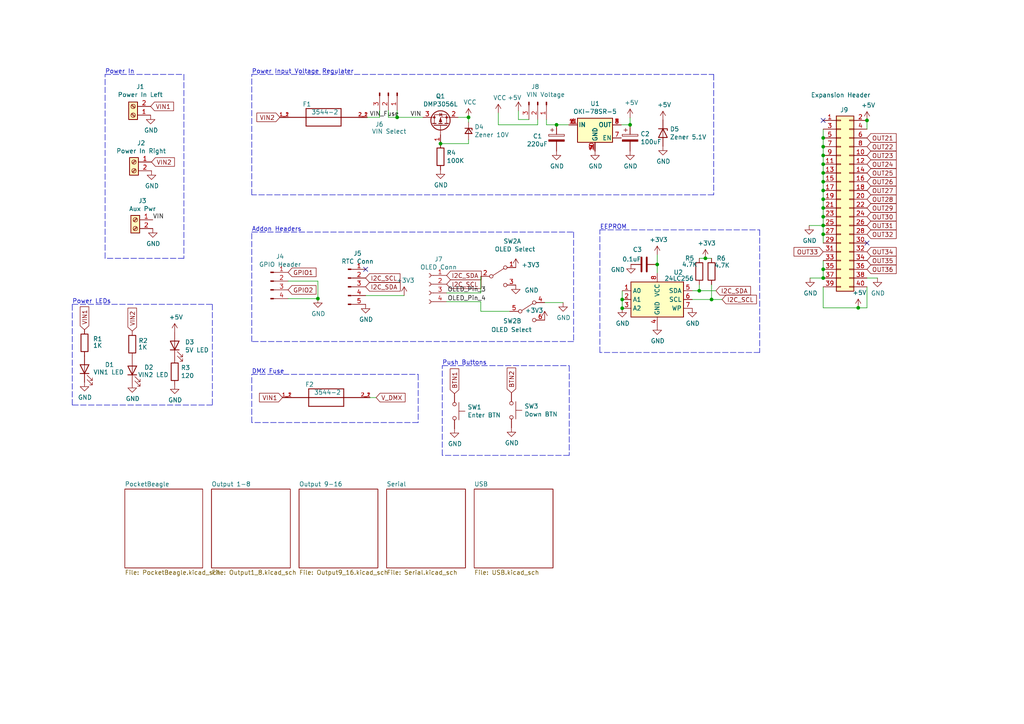
<source format=kicad_sch>
(kicad_sch (version 20211123) (generator eeschema)
  (paper "A4")
  (title_block (title "PB 16") (date "2022-05-26") (rev "v2.1") (company "Scott Hanson"))
  (lib_symbols
    (symbol "Connector:Conn_01x03_Male" (pin_names (offset 1.016) hide)
      (property "Reference" "J" (at 0 5.08 0))
      (property "Value" "Conn_01x03_Male" (at 0 -5.08 0))
      (symbol "Conn_01x03_Male_1_1"
        (polyline (pts (xy 1.27 -2.54) (xy 0.8636 -2.54)) (stroke (width 0.1524)))
        (polyline (pts (xy 1.27 0) (xy 0.8636 0)) (stroke (width 0.1524)))
        (polyline (pts (xy 1.27 2.54) (xy 0.8636 2.54)) (stroke (width 0.1524)))
        (rectangle (start 0.8636 -2.413) (end 0 -2.667) (stroke (width 0.1524)) (fill (type outline)))
        (rectangle (start 0.8636 0.127) (end 0 -0.127) (stroke (width 0.1524)) (fill (type outline)))
        (rectangle (start 0.8636 2.667) (end 0 2.413) (stroke (width 0.1524)) (fill (type outline)))
        (pin passive line (at 5.08 2.54 180) (length 3.81) (name "Pin_1") (number "1"))
        (pin passive line (at 5.08 0 180) (length 3.81) (name "Pin_2") (number "2"))
        (pin passive line (at 5.08 -2.54 180) (length 3.81) (name "Pin_3") (number "3"))
      )
    )
    (symbol "Connector:Conn_01x04_Female" (pin_names (offset 1.016) hide)
      (property "Reference" "J" (at 0 5.08 0))
      (property "Value" "Conn_01x04_Female" (at 0 -7.62 0))
      (symbol "Conn_01x04_Female_1_1"
        (arc (start 0 -4.572) (mid -0.508 -5.08) (end 0 -5.588) (stroke (width 0.1524)))
        (arc (start 0 -2.032) (mid -0.508 -2.54) (end 0 -3.048) (stroke (width 0.1524)))
        (polyline (pts (xy -1.27 -5.08) (xy -0.508 -5.08)) (stroke (width 0.1524)))
        (polyline (pts (xy -1.27 -2.54) (xy -0.508 -2.54)) (stroke (width 0.1524)))
        (polyline (pts (xy -1.27 0) (xy -0.508 0)) (stroke (width 0.1524)))
        (polyline (pts (xy -1.27 2.54) (xy -0.508 2.54)) (stroke (width 0.1524)))
        (arc (start 0 0.508) (mid -0.508 0) (end 0 -0.508) (stroke (width 0.1524)))
        (arc (start 0 3.048) (mid -0.508 2.54) (end 0 2.032) (stroke (width 0.1524)))
        (pin passive line (at -5.08 2.54 0) (length 3.81) (name "Pin_1") (number "1"))
        (pin passive line (at -5.08 0 0) (length 3.81) (name "Pin_2") (number "2"))
        (pin passive line (at -5.08 -2.54 0) (length 3.81) (name "Pin_3") (number "3"))
        (pin passive line (at -5.08 -5.08 0) (length 3.81) (name "Pin_4") (number "4"))
      )
    )
    (symbol "Connector:Conn_01x04_Male" (pin_names (offset 1.016) hide)
      (property "Reference" "J" (at 0 5.08 0))
      (property "Value" "Conn_01x04_Male" (at 0 -7.62 0))
      (symbol "Conn_01x04_Male_1_1"
        (polyline (pts (xy 1.27 -5.08) (xy 0.8636 -5.08)) (stroke (width 0.1524)))
        (polyline (pts (xy 1.27 -2.54) (xy 0.8636 -2.54)) (stroke (width 0.1524)))
        (polyline (pts (xy 1.27 0) (xy 0.8636 0)) (stroke (width 0.1524)))
        (polyline (pts (xy 1.27 2.54) (xy 0.8636 2.54)) (stroke (width 0.1524)))
        (rectangle (start 0.8636 -4.953) (end 0 -5.207) (stroke (width 0.1524)) (fill (type outline)))
        (rectangle (start 0.8636 -2.413) (end 0 -2.667) (stroke (width 0.1524)) (fill (type outline)))
        (rectangle (start 0.8636 0.127) (end 0 -0.127) (stroke (width 0.1524)) (fill (type outline)))
        (rectangle (start 0.8636 2.667) (end 0 2.413) (stroke (width 0.1524)) (fill (type outline)))
        (pin passive line (at 5.08 2.54 180) (length 3.81) (name "Pin_1") (number "1"))
        (pin passive line (at 5.08 0 180) (length 3.81) (name "Pin_2") (number "2"))
        (pin passive line (at 5.08 -2.54 180) (length 3.81) (name "Pin_3") (number "3"))
        (pin passive line (at 5.08 -5.08 180) (length 3.81) (name "Pin_4") (number "4"))
      )
    )
    (symbol "Connector:Conn_01x05_Male" (pin_names (offset 1.016) hide)
      (property "Reference" "J" (at 0 7.62 0))
      (property "Value" "Conn_01x05_Male" (at 0 -7.62 0))
      (symbol "Conn_01x05_Male_1_1"
        (polyline (pts (xy 1.27 -5.08) (xy 0.8636 -5.08)) (stroke (width 0.1524)))
        (polyline (pts (xy 1.27 -2.54) (xy 0.8636 -2.54)) (stroke (width 0.1524)))
        (polyline (pts (xy 1.27 0) (xy 0.8636 0)) (stroke (width 0.1524)))
        (polyline (pts (xy 1.27 2.54) (xy 0.8636 2.54)) (stroke (width 0.1524)))
        (polyline (pts (xy 1.27 5.08) (xy 0.8636 5.08)) (stroke (width 0.1524)))
        (rectangle (start 0.8636 -4.953) (end 0 -5.207) (stroke (width 0.1524)) (fill (type outline)))
        (rectangle (start 0.8636 -2.413) (end 0 -2.667) (stroke (width 0.1524)) (fill (type outline)))
        (rectangle (start 0.8636 0.127) (end 0 -0.127) (stroke (width 0.1524)) (fill (type outline)))
        (rectangle (start 0.8636 2.667) (end 0 2.413) (stroke (width 0.1524)) (fill (type outline)))
        (rectangle (start 0.8636 5.207) (end 0 4.953) (stroke (width 0.1524)) (fill (type outline)))
        (pin passive line (at 5.08 5.08 180) (length 3.81) (name "Pin_1") (number "1"))
        (pin passive line (at 5.08 2.54 180) (length 3.81) (name "Pin_2") (number "2"))
        (pin passive line (at 5.08 0 180) (length 3.81) (name "Pin_3") (number "3"))
        (pin passive line (at 5.08 -2.54 180) (length 3.81) (name "Pin_4") (number "4"))
        (pin passive line (at 5.08 -5.08 180) (length 3.81) (name "Pin_5") (number "5"))
      )
    )
    (symbol "Connector:Screw_Terminal_01x02" (pin_names (offset 1.016) hide)
      (property "Reference" "J" (at 0 2.54 0))
      (property "Value" "Screw_Terminal_01x02" (at 0 -5.08 0))
      (symbol "Screw_Terminal_01x02_1_1"
        (rectangle (start -1.27 1.27) (end 1.27 -3.81) (stroke (width 0.254)) (fill (type background)))
        (circle (center 0 -2.54) (radius 0.635) (stroke (width 0.1524)))
        (polyline (pts (xy -0.5334 -2.2098) (xy 0.3302 -3.048)) (stroke (width 0.1524)))
        (polyline (pts (xy -0.5334 0.3302) (xy 0.3302 -0.508)) (stroke (width 0.1524)))
        (polyline (pts (xy -0.3556 -2.032) (xy 0.508 -2.8702)) (stroke (width 0.1524)))
        (polyline (pts (xy -0.3556 0.508) (xy 0.508 -0.3302)) (stroke (width 0.1524)))
        (circle (center 0 0) (radius 0.635) (stroke (width 0.1524)))
        (pin passive line (at -5.08 0 0) (length 3.81) (name "Pin_1") (number "1"))
        (pin passive line (at -5.08 -2.54 0) (length 3.81) (name "Pin_2") (number "2"))
      )
    )
    (symbol "Connector_Generic:Conn_02x20_Odd_Even" (pin_names (offset 1.016) hide)
      (property "Reference" "J" (at 1.27 25.4 0))
      (property "Value" "Conn_02x20_Odd_Even" (at 1.27 -27.94 0))
      (symbol "Conn_02x20_Odd_Even_1_1"
        (rectangle (start -1.27 -25.273) (end 0 -25.527) (stroke (width 0.1524)))
        (rectangle (start -1.27 -22.733) (end 0 -22.987) (stroke (width 0.1524)))
        (rectangle (start -1.27 -20.193) (end 0 -20.447) (stroke (width 0.1524)))
        (rectangle (start -1.27 -17.653) (end 0 -17.907) (stroke (width 0.1524)))
        (rectangle (start -1.27 -15.113) (end 0 -15.367) (stroke (width 0.1524)))
        (rectangle (start -1.27 -12.573) (end 0 -12.827) (stroke (width 0.1524)))
        (rectangle (start -1.27 -10.033) (end 0 -10.287) (stroke (width 0.1524)))
        (rectangle (start -1.27 -7.493) (end 0 -7.747) (stroke (width 0.1524)))
        (rectangle (start -1.27 -4.953) (end 0 -5.207) (stroke (width 0.1524)))
        (rectangle (start -1.27 -2.413) (end 0 -2.667) (stroke (width 0.1524)))
        (rectangle (start -1.27 0.127) (end 0 -0.127) (stroke (width 0.1524)))
        (rectangle (start -1.27 2.667) (end 0 2.413) (stroke (width 0.1524)))
        (rectangle (start -1.27 5.207) (end 0 4.953) (stroke (width 0.1524)))
        (rectangle (start -1.27 7.747) (end 0 7.493) (stroke (width 0.1524)))
        (rectangle (start -1.27 10.287) (end 0 10.033) (stroke (width 0.1524)))
        (rectangle (start -1.27 12.827) (end 0 12.573) (stroke (width 0.1524)))
        (rectangle (start -1.27 15.367) (end 0 15.113) (stroke (width 0.1524)))
        (rectangle (start -1.27 17.907) (end 0 17.653) (stroke (width 0.1524)))
        (rectangle (start -1.27 20.447) (end 0 20.193) (stroke (width 0.1524)))
        (rectangle (start -1.27 22.987) (end 0 22.733) (stroke (width 0.1524)))
        (rectangle (start -1.27 24.13) (end 3.81 -26.67) (stroke (width 0.254)) (fill (type background)))
        (rectangle (start 3.81 -25.273) (end 2.54 -25.527) (stroke (width 0.1524)))
        (rectangle (start 3.81 -22.733) (end 2.54 -22.987) (stroke (width 0.1524)))
        (rectangle (start 3.81 -20.193) (end 2.54 -20.447) (stroke (width 0.1524)))
        (rectangle (start 3.81 -17.653) (end 2.54 -17.907) (stroke (width 0.1524)))
        (rectangle (start 3.81 -15.113) (end 2.54 -15.367) (stroke (width 0.1524)))
        (rectangle (start 3.81 -12.573) (end 2.54 -12.827) (stroke (width 0.1524)))
        (rectangle (start 3.81 -10.033) (end 2.54 -10.287) (stroke (width 0.1524)))
        (rectangle (start 3.81 -7.493) (end 2.54 -7.747) (stroke (width 0.1524)))
        (rectangle (start 3.81 -4.953) (end 2.54 -5.207) (stroke (width 0.1524)))
        (rectangle (start 3.81 -2.413) (end 2.54 -2.667) (stroke (width 0.1524)))
        (rectangle (start 3.81 0.127) (end 2.54 -0.127) (stroke (width 0.1524)))
        (rectangle (start 3.81 2.667) (end 2.54 2.413) (stroke (width 0.1524)))
        (rectangle (start 3.81 5.207) (end 2.54 4.953) (stroke (width 0.1524)))
        (rectangle (start 3.81 7.747) (end 2.54 7.493) (stroke (width 0.1524)))
        (rectangle (start 3.81 10.287) (end 2.54 10.033) (stroke (width 0.1524)))
        (rectangle (start 3.81 12.827) (end 2.54 12.573) (stroke (width 0.1524)))
        (rectangle (start 3.81 15.367) (end 2.54 15.113) (stroke (width 0.1524)))
        (rectangle (start 3.81 17.907) (end 2.54 17.653) (stroke (width 0.1524)))
        (rectangle (start 3.81 20.447) (end 2.54 20.193) (stroke (width 0.1524)))
        (rectangle (start 3.81 22.987) (end 2.54 22.733) (stroke (width 0.1524)))
        (pin passive line (at -5.08 22.86 0) (length 3.81) (name "Pin_1") (number "1"))
        (pin passive line (at 7.62 12.7 180) (length 3.81) (name "Pin_10") (number "10"))
        (pin passive line (at -5.08 10.16 0) (length 3.81) (name "Pin_11") (number "11"))
        (pin passive line (at 7.62 10.16 180) (length 3.81) (name "Pin_12") (number "12"))
        (pin passive line (at -5.08 7.62 0) (length 3.81) (name "Pin_13") (number "13"))
        (pin passive line (at 7.62 7.62 180) (length 3.81) (name "Pin_14") (number "14"))
        (pin passive line (at -5.08 5.08 0) (length 3.81) (name "Pin_15") (number "15"))
        (pin passive line (at 7.62 5.08 180) (length 3.81) (name "Pin_16") (number "16"))
        (pin passive line (at -5.08 2.54 0) (length 3.81) (name "Pin_17") (number "17"))
        (pin passive line (at 7.62 2.54 180) (length 3.81) (name "Pin_18") (number "18"))
        (pin passive line (at -5.08 0 0) (length 3.81) (name "Pin_19") (number "19"))
        (pin passive line (at 7.62 22.86 180) (length 3.81) (name "Pin_2") (number "2"))
        (pin passive line (at 7.62 0 180) (length 3.81) (name "Pin_20") (number "20"))
        (pin passive line (at -5.08 -2.54 0) (length 3.81) (name "Pin_21") (number "21"))
        (pin passive line (at 7.62 -2.54 180) (length 3.81) (name "Pin_22") (number "22"))
        (pin passive line (at -5.08 -5.08 0) (length 3.81) (name "Pin_23") (number "23"))
        (pin passive line (at 7.62 -5.08 180) (length 3.81) (name "Pin_24") (number "24"))
        (pin passive line (at -5.08 -7.62 0) (length 3.81) (name "Pin_25") (number "25"))
        (pin passive line (at 7.62 -7.62 180) (length 3.81) (name "Pin_26") (number "26"))
        (pin passive line (at -5.08 -10.16 0) (length 3.81) (name "Pin_27") (number "27"))
        (pin passive line (at 7.62 -10.16 180) (length 3.81) (name "Pin_28") (number "28"))
        (pin passive line (at -5.08 -12.7 0) (length 3.81) (name "Pin_29") (number "29"))
        (pin passive line (at -5.08 20.32 0) (length 3.81) (name "Pin_3") (number "3"))
        (pin passive line (at 7.62 -12.7 180) (length 3.81) (name "Pin_30") (number "30"))
        (pin passive line (at -5.08 -15.24 0) (length 3.81) (name "Pin_31") (number "31"))
        (pin passive line (at 7.62 -15.24 180) (length 3.81) (name "Pin_32") (number "32"))
        (pin passive line (at -5.08 -17.78 0) (length 3.81) (name "Pin_33") (number "33"))
        (pin passive line (at 7.62 -17.78 180) (length 3.81) (name "Pin_34") (number "34"))
        (pin passive line (at -5.08 -20.32 0) (length 3.81) (name "Pin_35") (number "35"))
        (pin passive line (at 7.62 -20.32 180) (length 3.81) (name "Pin_36") (number "36"))
        (pin passive line (at -5.08 -22.86 0) (length 3.81) (name "Pin_37") (number "37"))
        (pin passive line (at 7.62 -22.86 180) (length 3.81) (name "Pin_38") (number "38"))
        (pin passive line (at -5.08 -25.4 0) (length 3.81) (name "Pin_39") (number "39"))
        (pin passive line (at 7.62 20.32 180) (length 3.81) (name "Pin_4") (number "4"))
        (pin passive line (at 7.62 -25.4 180) (length 3.81) (name "Pin_40") (number "40"))
        (pin passive line (at -5.08 17.78 0) (length 3.81) (name "Pin_5") (number "5"))
        (pin passive line (at 7.62 17.78 180) (length 3.81) (name "Pin_6") (number "6"))
        (pin passive line (at -5.08 15.24 0) (length 3.81) (name "Pin_7") (number "7"))
        (pin passive line (at 7.62 15.24 180) (length 3.81) (name "Pin_8") (number "8"))
        (pin passive line (at -5.08 12.7 0) (length 3.81) (name "Pin_9") (number "9"))
      )
    )
    (symbol "Device:C" (pin_numbers hide) (pin_names (offset 0.254))
      (property "Reference" "C" (at 0.635 2.54 0))
      (property "Value" "C" (at 0.635 -2.54 0))
      (symbol "C_0_1"
        (polyline (pts (xy -2.032 -0.762) (xy 2.032 -0.762)) (stroke (width 0.508)))
        (polyline (pts (xy -2.032 0.762) (xy 2.032 0.762)) (stroke (width 0.508)))
      )
      (symbol "C_1_1"
        (pin passive line (at 0 3.81 270) (length 2.794) (name "~") (number "1"))
        (pin passive line (at 0 -3.81 90) (length 2.794) (name "~") (number "2"))
      )
    )
    (symbol "Device:D_Zener" (pin_numbers hide) (pin_names (offset 1.016) hide)
      (property "Reference" "D" (at 0 2.54 0))
      (property "Value" "D_Zener" (at 0 -2.54 0))
      (symbol "D_Zener_0_1"
        (polyline (pts (xy 1.27 0) (xy -1.27 0)))
        (polyline (pts (xy -1.27 -1.27) (xy -1.27 1.27) (xy -0.762 1.27)) (stroke (width 0.254)))
        (polyline (pts (xy 1.27 -1.27) (xy 1.27 1.27) (xy -1.27 0) (xy 1.27 -1.27)) (stroke (width 0.254)))
      )
      (symbol "D_Zener_1_1"
        (pin passive line (at -3.81 0 0) (length 2.54) (name "K") (number "1"))
        (pin passive line (at 3.81 0 180) (length 2.54) (name "A") (number "2"))
      )
    )
    (symbol "Device:D_Zener_Small" (pin_numbers hide) (pin_names (offset 0.254) hide)
      (property "Reference" "D" (at 0 2.286 0))
      (property "Value" "D_Zener_Small" (at 0 -2.286 0))
      (symbol "D_Zener_Small_0_1"
        (polyline (pts (xy 0.762 0) (xy -0.762 0)))
        (polyline (pts (xy -0.254 1.016) (xy -0.762 1.016) (xy -0.762 -1.016)) (stroke (width 0.254)))
        (polyline (pts (xy 0.762 1.016) (xy -0.762 0) (xy 0.762 -1.016) (xy 0.762 1.016)) (stroke (width 0.254)))
      )
      (symbol "D_Zener_Small_1_1"
        (pin passive line (at -2.54 0 0) (length 1.778) (name "K") (number "1"))
        (pin passive line (at 2.54 0 180) (length 1.778) (name "A") (number "2"))
      )
    )
    (symbol "Device:LED" (pin_numbers hide) (pin_names (offset 1.016) hide)
      (property "Reference" "D" (at 0 2.54 0))
      (property "Value" "LED" (at 0 -2.54 0))
      (symbol "LED_0_1"
        (polyline (pts (xy -1.27 -1.27) (xy -1.27 1.27)) (stroke (width 0.254)))
        (polyline (pts (xy -1.27 0) (xy 1.27 0)))
        (polyline (pts (xy 1.27 -1.27) (xy 1.27 1.27) (xy -1.27 0) (xy 1.27 -1.27)) (stroke (width 0.254)))
        (polyline (pts (xy -3.048 -0.762) (xy -4.572 -2.286) (xy -3.81 -2.286) (xy -4.572 -2.286) (xy -4.572 -1.524)))
        (polyline (pts (xy -1.778 -0.762) (xy -3.302 -2.286) (xy -2.54 -2.286) (xy -3.302 -2.286) (xy -3.302 -1.524)))
      )
      (symbol "LED_1_1"
        (pin passive line (at -3.81 0 0) (length 2.54) (name "K") (number "1"))
        (pin passive line (at 3.81 0 180) (length 2.54) (name "A") (number "2"))
      )
    )
    (symbol "Device:Q_PMOS_GSD" (pin_names (offset 0) hide)
      (property "Reference" "Q" (at 5.08 1.27 0))
      (property "Value" "Q_PMOS_GSD" (at 5.08 -1.27 0))
      (symbol "Q_PMOS_GSD_0_1"
        (polyline (pts (xy 0.254 0) (xy -2.54 0)))
        (polyline (pts (xy 0.254 1.905) (xy 0.254 -1.905)) (stroke (width 0.254)))
        (polyline (pts (xy 0.762 -1.27) (xy 0.762 -2.286)) (stroke (width 0.254)))
        (polyline (pts (xy 0.762 0.508) (xy 0.762 -0.508)) (stroke (width 0.254)))
        (polyline (pts (xy 0.762 2.286) (xy 0.762 1.27)) (stroke (width 0.254)))
        (polyline (pts (xy 2.54 2.54) (xy 2.54 1.778)))
        (polyline (pts (xy 2.54 -2.54) (xy 2.54 0) (xy 0.762 0)))
        (polyline (pts (xy 0.762 1.778) (xy 3.302 1.778) (xy 3.302 -1.778) (xy 0.762 -1.778)))
        (polyline (pts (xy 2.286 0) (xy 1.27 0.381) (xy 1.27 -0.381) (xy 2.286 0)) (fill (type outline)))
        (polyline (pts (xy 2.794 -0.508) (xy 2.921 -0.381) (xy 3.683 -0.381) (xy 3.81 -0.254)))
        (polyline (pts (xy 3.302 -0.381) (xy 2.921 0.254) (xy 3.683 0.254) (xy 3.302 -0.381)))
        (circle (center 1.651 0) (radius 2.794) (stroke (width 0.254)))
        (circle (center 2.54 -1.778) (radius 0.254) (fill (type outline)))
        (circle (center 2.54 1.778) (radius 0.254) (fill (type outline)))
      )
      (symbol "Q_PMOS_GSD_1_1"
        (pin input line (at -5.08 0 0) (length 2.54) (name "G") (number "1"))
        (pin passive line (at 2.54 -5.08 90) (length 2.54) (name "S") (number "2"))
        (pin passive line (at 2.54 5.08 270) (length 2.54) (name "D") (number "3"))
      )
    )
    (symbol "Device:R" (pin_numbers hide) (pin_names (offset 0))
      (property "Reference" "R" (at 2.032 0 90))
      (property "Value" "R" (at 0 0 90))
      (symbol "R_0_1"
        (rectangle (start -1.016 -2.54) (end 1.016 2.54) (stroke (width 0.254)))
      )
      (symbol "R_1_1"
        (pin passive line (at 0 3.81 270) (length 1.27) (name "~") (number "1"))
        (pin passive line (at 0 -3.81 90) (length 1.27) (name "~") (number "2"))
      )
    )
    (symbol "Memory_EEPROM:24LC256"
      (property "Reference" "U" (at -6.35 6.35 0))
      (property "Value" "24LC256" (at 1.27 6.35 0))
      (symbol "24LC256_1_1"
        (rectangle (start -7.62 5.08) (end 7.62 -5.08) (stroke (width 0.254)) (fill (type background)))
        (pin input line (at -10.16 2.54 0) (length 2.54) (name "A0") (number "1"))
        (pin input line (at -10.16 0 0) (length 2.54) (name "A1") (number "2"))
        (pin input line (at -10.16 -2.54 0) (length 2.54) (name "A2") (number "3"))
        (pin power_in line (at 0 -7.62 90) (length 2.54) (name "GND") (number "4"))
        (pin bidirectional line (at 10.16 2.54 180) (length 2.54) (name "SDA") (number "5"))
        (pin input line (at 10.16 0 180) (length 2.54) (name "SCL") (number "6"))
        (pin input line (at 10.16 -2.54 180) (length 2.54) (name "WP") (number "7"))
        (pin power_in line (at 0 7.62 270) (length 2.54) (name "VCC") (number "8"))
      )
    )
    (symbol "PB_16-rescue:3544-2-Keystone_Fuse" (pin_names (offset 1.016) hide)
      (property "Reference" "F" (at -5.08 3.302 0))
      (property "Value" "3544-2-Keystone_Fuse" (at -5.08 -5.08 0))
      (symbol "3544-2-Keystone_Fuse_0_0"
        (polyline (pts (xy -12.7 0) (xy 12.7 0)) (stroke (width 0.254)))
        (polyline (pts (xy -5.08 -2.54) (xy -5.08 2.54)) (stroke (width 0.254)))
        (polyline (pts (xy -5.08 2.54) (xy 5.08 2.54)) (stroke (width 0.254)))
        (polyline (pts (xy 5.08 -2.54) (xy -5.08 -2.54)) (stroke (width 0.254)))
        (polyline (pts (xy 5.08 2.54) (xy 5.08 -2.54)) (stroke (width 0.254)))
        (pin passive line (at -12.7 0 0) (length 2.54) (name "1") (number "1_1"))
        (pin passive line (at -12.7 0 0) (length 2.54) (name "1") (number "1_2"))
        (pin passive line (at 12.7 0 180) (length 2.54) (name "2") (number "2_1"))
        (pin passive line (at 12.7 0 180) (length 2.54) (name "2") (number "2_2"))
      )
    )
    (symbol "PB_16-rescue:CP-Device" (pin_numbers hide) (pin_names (offset 0.254))
      (property "Reference" "C" (at 0.635 2.54 0))
      (property "Value" "CP-Device" (at 0.635 -2.54 0))
      (symbol "CP-Device_0_1"
        (rectangle (start -2.286 0.508) (end 2.286 1.016))
        (polyline (pts (xy -1.778 2.286) (xy -0.762 2.286)))
        (polyline (pts (xy -1.27 2.794) (xy -1.27 1.778)))
        (rectangle (start 2.286 -0.508) (end -2.286 -1.016) (fill (type outline)))
      )
      (symbol "CP-Device_1_1"
        (pin passive line (at 0 3.81 270) (length 2.794) (name "~") (number "1"))
        (pin passive line (at 0 -3.81 90) (length 2.794) (name "~") (number "2"))
      )
    )
    (symbol "Scotts:Universe5V" (pin_names (offset 0.254))
      (property "Reference" "U" (at -3.81 3.175 0))
      (property "Value" "Universe5V" (at 0 3.175 0))
      (symbol "Universe5V_0_0"
        (pin power_in line (at 0 -7.62 90) (length 2.54) (name "GND") (number "10"))
        (pin power_in line (at -7.62 0 0) (length 2.54) (name "IN") (number "11"))
        (pin power_out line (at 7.62 0 180) (length 2.54) (name "OUT") (number "4"))
        (pin power_in line (at 0 -7.62 90) (length 2.54) (name "GND") (number "5"))
        (pin power_in line (at -7.62 0 0) (length 2.54) (name "IN") (number "6"))
        (pin output line (at 7.62 -3.81 180) (length 2.54) (name "EN") (number "7"))
        (pin power_out line (at 7.62 0 180) (length 2.54) (name "OUT") (number "8"))
        (pin power_in line (at 0 -7.62 90) (length 2.54) (name "GND") (number "9"))
      )
      (symbol "Universe5V_0_1"
        (rectangle (start -5.08 1.905) (end 5.08 -5.08) (stroke (width 0.254)) (fill (type background)))
      )
      (symbol "Universe5V_1_1"
        (pin power_in line (at -7.62 0 0) (length 2.54) (name "IN") (number "1"))
        (pin power_in line (at 0 -7.62 90) (length 2.54) (name "GND") (number "2"))
        (pin power_out line (at 7.62 0 180) (length 2.54) (name "OUT") (number "3"))
      )
    )
    (symbol "Switch:SW_DPDT_x2" (pin_names (offset 0) hide)
      (property "Reference" "SW" (at 0 4.318 0))
      (property "Value" "SW_DPDT_x2" (at 0 -5.08 0))
      (symbol "SW_DPDT_x2_0_0"
        (circle (center -2.032 0) (radius 0.508))
        (circle (center 2.032 -2.54) (radius 0.508))
      )
      (symbol "SW_DPDT_x2_0_1"
        (polyline (pts (xy -1.524 0.254) (xy 1.651 2.286)))
        (circle (center 2.032 2.54) (radius 0.508))
      )
      (symbol "SW_DPDT_x2_1_1"
        (pin passive line (at 5.08 2.54 180) (length 2.54) (name "A") (number "1"))
        (pin passive line (at -5.08 0 0) (length 2.54) (name "B") (number "2"))
        (pin passive line (at 5.08 -2.54 180) (length 2.54) (name "C") (number "3"))
      )
      (symbol "SW_DPDT_x2_2_1"
        (pin passive line (at 5.08 2.54 180) (length 2.54) (name "A") (number "4"))
        (pin passive line (at -5.08 0 0) (length 2.54) (name "B") (number "5"))
        (pin passive line (at 5.08 -2.54 180) (length 2.54) (name "C") (number "6"))
      )
    )
    (symbol "Switch:SW_Push" (pin_numbers hide) (pin_names (offset 1.016) hide)
      (property "Reference" "SW" (at 1.27 2.54 0))
      (property "Value" "SW_Push" (at 0 -1.524 0))
      (symbol "SW_Push_0_1"
        (circle (center -2.032 0) (radius 0.508))
        (polyline (pts (xy 0 1.27) (xy 0 3.048)))
        (polyline (pts (xy 2.54 1.27) (xy -2.54 1.27)))
        (circle (center 2.032 0) (radius 0.508))
        (pin passive line (at -5.08 0 0) (length 2.54) (name "1") (number "1"))
        (pin passive line (at 5.08 0 180) (length 2.54) (name "2") (number "2"))
      )
    )
    (symbol "power:+3.3V" (power) (pin_names (offset 0))
      (property "Value" "+3.3V" (at 0 3.556 0))
      (symbol "+3.3V_0_1"
        (polyline (pts (xy -0.762 1.27) (xy 0 2.54)))
        (polyline (pts (xy 0 0) (xy 0 2.54)))
        (polyline (pts (xy 0 2.54) (xy 0.762 1.27)))
      )
      (symbol "+3.3V_1_1"
        (pin power_in line (at 0 0 90) (length 0) hide (name "+3V3") (number "1"))
      )
    )
    (symbol "power:+5V" (power) (pin_names (offset 0))
      (property "Value" "+5V" (at 0 3.556 0))
      (symbol "+5V_0_1"
        (polyline (pts (xy -0.762 1.27) (xy 0 2.54)))
        (polyline (pts (xy 0 0) (xy 0 2.54)))
        (polyline (pts (xy 0 2.54) (xy 0.762 1.27)))
      )
      (symbol "+5V_1_1"
        (pin power_in line (at 0 0 90) (length 0) hide (name "+5V") (number "1"))
      )
    )
    (symbol "power:GND" (power) (pin_names (offset 0))
      (property "Value" "GND" (at 0 -3.81 0))
      (symbol "GND_0_1"
        (polyline (pts (xy 0 0) (xy 0 -1.27) (xy 1.27 -1.27) (xy 0 -2.54) (xy -1.27 -1.27) (xy 0 -1.27)))
      )
      (symbol "GND_1_1"
        (pin power_in line (at 0 0 270) (length 0) hide (name "GND") (number "1"))
      )
    )
    (symbol "power:VCC" (power) (pin_names (offset 0))
      (property "Value" "VCC" (at 0 3.81 0))
      (symbol "VCC_0_1"
        (polyline (pts (xy -0.762 1.27) (xy 0 2.54)))
        (polyline (pts (xy 0 0) (xy 0 2.54)))
        (polyline (pts (xy 0 2.54) (xy 0.762 1.27)))
      )
      (symbol "VCC_1_1"
        (pin power_in line (at 0 0 90) (length 0) hide (name "VCC") (number "1"))
      )
    )
  )
  (junction (at 202.819 84.328))
  (junction (at 115.189 34.036))
  (junction (at 206.375 86.868))
  (junction (at 238.76 65.405))
  (junction (at 238.76 80.645))
  (junction (at 238.76 45.085))
  (junction (at 190.627 76.708))
  (junction (at 204.597 74.93))
  (junction (at 182.753 36.195))
  (junction (at 238.76 47.625))
  (junction (at 161.417 36.195))
  (junction (at 238.76 42.545))
  (junction (at 238.76 60.325))
  (junction (at 238.76 55.245))
  (junction (at 248.92 89.281))
  (junction (at 180.467 86.868))
  (junction (at 238.76 62.865))
  (junction (at 238.76 50.165))
  (junction (at 238.76 67.945))
  (junction (at 127.762 41.656))
  (junction (at 238.76 57.785))
  (junction (at 135.89 34.036))
  (junction (at 238.76 52.705))
  (junction (at 92.202 86.614))
  (junction (at 251.46 34.925))
  (junction (at 238.76 40.005))
  (junction (at 180.467 89.408))
  (junction (at 238.76 78.105))
  (no_connect (at 251.46 70.485))
  (no_connect (at 106.045 78.105))
  (no_connect (at 238.76 34.925))
  (polyline (pts (xy 20.955 117.475) (xy 20.955 88.265)))
  (polyline (pts (xy 128.27 106.045) (xy 165.1 106.045)))
  (wire (pts (xy 238.76 65.405) (xy 234.696 65.405)))
  (wire (pts (xy 251.46 34.925) (xy 251.46 37.465)))
  (wire (pts (xy 209.423 86.868) (xy 206.375 86.868)))
  (wire (pts (xy 238.76 40.005) (xy 238.76 42.545)))
  (polyline (pts (xy 165.1 106.045) (xy 165.1 132.08)))
  (polyline (pts (xy 73.025 56.515) (xy 73.025 21.59)))
  (wire (pts (xy 238.76 67.945) (xy 238.76 70.485)))
  (wire (pts (xy 206.375 74.93) (xy 204.597 74.93)))
  (wire (pts (xy 202.819 84.328) (xy 207.645 84.328)))
  (wire (pts (xy 238.76 65.405) (xy 238.76 67.945)))
  (polyline (pts (xy 166.37 67.31) (xy 166.37 99.06)))
  (wire (pts (xy 106.045 85.725) (xy 117.221 85.725)))
  (wire (pts (xy 204.597 74.93) (xy 202.819 74.93)))
  (polyline (pts (xy 73.025 67.31) (xy 166.37 67.31)))
  (wire (pts (xy 238.76 47.625) (xy 238.76 50.165)))
  (wire (pts (xy 110.109 34.036) (xy 110.109 32.004)))
  (wire (pts (xy 139.446 80.137) (xy 139.446 84.963)))
  (wire (pts (xy 182.753 36.195) (xy 182.753 34.163)))
  (wire (pts (xy 200.787 84.328) (xy 202.819 84.328)))
  (wire (pts (xy 238.76 57.785) (xy 238.76 60.325)))
  (wire (pts (xy 238.76 50.165) (xy 238.76 52.705)))
  (polyline (pts (xy 73.025 108.585) (xy 121.285 108.585)))
  (wire (pts (xy 135.89 34.036) (xy 135.89 35.433)))
  (polyline (pts (xy 128.27 132.08) (xy 128.27 106.045)))
  (wire (pts (xy 251.46 83.185) (xy 251.46 89.281)))
  (polyline (pts (xy 121.285 122.555) (xy 73.025 122.555)))
  (wire (pts (xy 155.956 34.671) (xy 155.956 36.195)))
  (wire (pts (xy 180.467 84.328) (xy 180.467 86.868)))
  (polyline (pts (xy 165.1 132.08) (xy 128.27 132.08)))
  (wire (pts (xy 180.467 86.868) (xy 180.467 89.408)))
  (wire (pts (xy 110.109 34.036) (xy 106.553 34.036)))
  (polyline (pts (xy 220.345 66.675) (xy 220.345 102.235)))
  (polyline (pts (xy 173.99 102.235) (xy 173.99 66.675)))
  (wire (pts (xy 112.649 34.036) (xy 112.649 32.004)))
  (polyline (pts (xy 30.48 74.93) (xy 30.48 21.59)))
  (polyline (pts (xy 61.595 117.475) (xy 20.955 117.475)))
  (wire (pts (xy 238.76 78.105) (xy 238.76 80.645)))
  (wire (pts (xy 107.315 115.316) (xy 109.093 115.316)))
  (polyline (pts (xy 20.955 88.265) (xy 61.595 88.265)))
  (wire (pts (xy 158.496 34.671) (xy 158.496 36.195)))
  (wire (pts (xy 238.76 60.325) (xy 238.76 62.865)))
  (wire (pts (xy 251.46 80.645) (xy 254.508 80.645)))
  (wire (pts (xy 238.76 37.465) (xy 238.76 40.005)))
  (wire (pts (xy 139.446 87.503) (xy 139.446 90.297)))
  (wire (pts (xy 206.375 82.55) (xy 206.375 86.868)))
  (wire (pts (xy 238.76 83.185) (xy 238.76 89.281)))
  (wire (pts (xy 190.627 73.914) (xy 190.627 76.708)))
  (wire (pts (xy 83.566 81.534) (xy 92.202 81.534)))
  (polyline (pts (xy 166.37 99.06) (xy 73.025 99.06)))
  (polyline (pts (xy 207.01 21.59) (xy 207.01 56.515)))
  (wire (pts (xy 115.189 34.036) (xy 122.682 34.036)))
  (wire (pts (xy 92.202 81.534) (xy 92.202 86.614)))
  (wire (pts (xy 132.842 34.036) (xy 135.89 34.036)))
  (wire (pts (xy 129.54 87.503) (xy 139.446 87.503)))
  (wire (pts (xy 129.54 84.963) (xy 139.446 84.963)))
  (wire (pts (xy 238.76 52.705) (xy 238.76 55.245)))
  (wire (pts (xy 112.649 34.036) (xy 115.189 34.036)))
  (wire (pts (xy 251.46 89.281) (xy 248.92 89.281)))
  (wire (pts (xy 150.368 34.671) (xy 153.416 34.671)))
  (wire (pts (xy 135.89 40.513) (xy 135.89 41.656)))
  (wire (pts (xy 161.417 36.195) (xy 164.973 36.195)))
  (polyline (pts (xy 61.595 88.265) (xy 61.595 117.475)))
  (wire (pts (xy 248.92 89.281) (xy 238.76 89.281)))
  (wire (pts (xy 238.76 45.085) (xy 238.76 47.625)))
  (wire (pts (xy 163.322 87.757) (xy 157.988 87.757)))
  (wire (pts (xy 147.828 90.297) (xy 139.446 90.297)))
  (polyline (pts (xy 73.025 21.59) (xy 207.01 21.59)))
  (polyline (pts (xy 173.99 66.675) (xy 220.345 66.675)))
  (polyline (pts (xy 73.025 99.06) (xy 73.025 67.31)))
  (wire (pts (xy 158.496 36.195) (xy 161.417 36.195)))
  (wire (pts (xy 180.213 36.195) (xy 182.753 36.195)))
  (polyline (pts (xy 73.025 122.555) (xy 73.025 108.585)))
  (wire (pts (xy 115.189 32.004) (xy 115.189 34.036)))
  (wire (pts (xy 238.76 75.565) (xy 238.76 78.105)))
  (polyline (pts (xy 53.34 21.59) (xy 53.34 74.93)))
  (wire (pts (xy 135.89 41.656) (xy 127.762 41.656)))
  (wire (pts (xy 190.627 76.708) (xy 190.627 79.248)))
  (polyline (pts (xy 220.345 102.235) (xy 173.99 102.235)))
  (wire (pts (xy 155.956 36.195) (xy 144.526 36.195)))
  (wire (pts (xy 206.375 86.868) (xy 200.787 86.868)))
  (polyline (pts (xy 207.01 56.515) (xy 73.025 56.515)))
  (wire (pts (xy 238.76 62.865) (xy 238.76 65.405)))
  (polyline (pts (xy 30.48 21.59) (xy 53.34 21.59)))
  (wire (pts (xy 150.368 32.131) (xy 150.368 34.671)))
  (polyline (pts (xy 53.34 74.93) (xy 30.48 74.93)))
  (wire (pts (xy 238.76 80.645) (xy 234.95 80.645)))
  (wire (pts (xy 238.76 55.245) (xy 238.76 57.785)))
  (wire (pts (xy 144.526 36.195) (xy 144.526 32.766)))
  (polyline (pts (xy 121.285 108.585) (xy 121.285 122.555)))
  (wire (pts (xy 202.819 82.55) (xy 202.819 84.328)))
  (wire (pts (xy 238.76 42.545) (xy 238.76 45.085)))
  (wire (pts (xy 92.202 86.614) (xy 83.566 86.614)))
  (text "Power Input Voltage Regulater" (at 73.025 21.59 0) (effects (font (size 1.27 1.27)) (justify left bottom)))
  (text "Push Buttons" (at 128.27 106.045 0) (effects (font (size 1.27 1.27)) (justify left bottom)))
  (text "Power LEDs" (at 20.955 88.265 0) (effects (font (size 1.27 1.27)) (justify left bottom)))
  (text "EEPROM" (at 173.99 66.675 0) (effects (font (size 1.27 1.27)) (justify left bottom)))
  (text "Power In" (at 30.48 21.59 0) (effects (font (size 1.27 1.27)) (justify left bottom)))
  (text "Addon Headers" (at 73.025 67.31 0) (effects (font (size 1.27 1.27)) (justify left bottom)))
  (text "DMX Fuse" (at 73.025 108.585 0) (effects (font (size 1.27 1.27)) (justify left bottom)))
  (label "OLED_Pin_4" (at 129.794 87.503 0))
  (label "VIN" (at 118.999 34.036 0))
  (label "OLED_Pin_3" (at 129.794 84.963 0))
  (label "VIN_Fuse" (at 107.188 34.036 0))
  (label "VIN" (at 44.323 63.754 0))
  (global_label "VIN2" (shape input) (at 38.354 96.012 90) (property "Intersheet References" "${INTERSHEET_REFS}" (effects hide)))
  (global_label "I2C_SDA" (shape input) (at 207.645 84.328 0) (property "Intersheet References" "${INTERSHEET_REFS}" (effects hide)))
  (global_label "I2C_SDA" (shape input) (at 129.54 79.883 0) (property "Intersheet References" "${INTERSHEET_REFS}" (effects hide)))
  (global_label "I2C_SCL" (shape input) (at 129.54 82.423 0) (property "Intersheet References" "${INTERSHEET_REFS}" (effects hide)))
  (global_label "I2C_SCL" (shape input) (at 209.423 86.868 0) (property "Intersheet References" "${INTERSHEET_REFS}" (effects hide)))
  (global_label "OUT25" (shape input) (at 251.46 50.165 0) (property "Intersheet References" "${INTERSHEET_REFS}" (effects hide)))
  (global_label "OUT32" (shape input) (at 251.46 67.945 0) (property "Intersheet References" "${INTERSHEET_REFS}" (effects hide)))
  (global_label "GPIO1" (shape input) (at 83.566 78.994 0) (property "Intersheet References" "${INTERSHEET_REFS}" (effects hide)))
  (global_label "OUT35" (shape input) (at 251.46 75.565 0) (property "Intersheet References" "${INTERSHEET_REFS}" (effects hide)))
  (global_label "VIN2" (shape input) (at 81.153 34.036 180) (property "Intersheet References" "${INTERSHEET_REFS}" (effects hide)))
  (global_label "VIN1" (shape input) (at 81.915 115.316 180) (property "Intersheet References" "${INTERSHEET_REFS}" (effects hide)))
  (global_label "I2C_SCL" (shape input) (at 106.045 80.645 0) (property "Intersheet References" "${INTERSHEET_REFS}" (effects hide)))
  (global_label "OUT28" (shape input) (at 251.46 57.785 0) (property "Intersheet References" "${INTERSHEET_REFS}" (effects hide)))
  (global_label "OUT22" (shape input) (at 251.46 42.545 0) (property "Intersheet References" "${INTERSHEET_REFS}" (effects hide)))
  (global_label "OUT27" (shape input) (at 251.46 55.245 0) (property "Intersheet References" "${INTERSHEET_REFS}" (effects hide)))
  (global_label "OUT34" (shape input) (at 251.46 73.025 0) (property "Intersheet References" "${INTERSHEET_REFS}" (effects hide)))
  (global_label "OUT23" (shape input) (at 251.46 45.085 0) (property "Intersheet References" "${INTERSHEET_REFS}" (effects hide)))
  (global_label "OUT21" (shape input) (at 251.46 40.005 0) (property "Intersheet References" "${INTERSHEET_REFS}" (effects hide)))
  (global_label "OUT31" (shape input) (at 251.46 65.405 0) (property "Intersheet References" "${INTERSHEET_REFS}" (effects hide)))
  (global_label "GPIO2" (shape input) (at 83.566 84.074 0) (property "Intersheet References" "${INTERSHEET_REFS}" (effects hide)))
  (global_label "BTN1" (shape input) (at 131.826 114.173 90) (property "Intersheet References" "${INTERSHEET_REFS}" (effects hide)))
  (global_label "OUT30" (shape input) (at 251.46 62.865 0) (property "Intersheet References" "${INTERSHEET_REFS}" (effects hide)))
  (global_label "I2C_SDA" (shape input) (at 106.045 83.185 0) (property "Intersheet References" "${INTERSHEET_REFS}" (effects hide)))
  (global_label "OUT26" (shape input) (at 251.46 52.705 0) (property "Intersheet References" "${INTERSHEET_REFS}" (effects hide)))
  (global_label "VIN1" (shape input) (at 43.688 30.861 0) (property "Intersheet References" "${INTERSHEET_REFS}" (effects hide)))
  (global_label "OUT33" (shape input) (at 238.76 73.025 180) (property "Intersheet References" "${INTERSHEET_REFS}" (effects hide)))
  (global_label "OUT29" (shape input) (at 251.46 60.325 0) (property "Intersheet References" "${INTERSHEET_REFS}" (effects hide)))
  (global_label "VIN2" (shape input) (at 43.942 46.99 0) (property "Intersheet References" "${INTERSHEET_REFS}" (effects hide)))
  (global_label "BTN2" (shape input) (at 148.336 113.919 90) (property "Intersheet References" "${INTERSHEET_REFS}" (effects hide)))
  (global_label "OUT24" (shape input) (at 251.46 47.625 0) (property "Intersheet References" "${INTERSHEET_REFS}" (effects hide)))
  (global_label "V_DMX" (shape input) (at 109.093 115.316 0) (property "Intersheet References" "${INTERSHEET_REFS}" (effects hide)))
  (global_label "OUT36" (shape input) (at 251.46 78.105 0) (property "Intersheet References" "${INTERSHEET_REFS}" (effects hide)))
  (global_label "VIN1" (shape input) (at 24.511 95.631 90) (property "Intersheet References" "${INTERSHEET_REFS}" (effects hide)))
  (symbol (lib_id "Scotts:Universe5V") (at 172.593 36.195 0) (unit 1)
    (property "Reference" "U1" (at 172.593 30.0482 0))
    (property "Value" "OKI-78SR-5" (at 172.593 32.3596 0))
    (property "Footprint" "Scotts:Universal_5V_Horizontal" (effects hide))
    (property "Datasheet" "http://www.fairchildsemi.com/ds/LM/LM7805.pdf" (effects hide))
    (property "Digi-Key_PN" "811-2196-5-ND" (effects hide))
    (property "MPN" "OKI-78SR-5/1.5-W36-C" (effects hide))
  )
  (symbol (lib_id "PB_16-rescue:CP-Device") (at 182.753 40.005 0) (unit 1)
    (property "Reference" "C2" (at 185.7502 38.8366 0) (effects (justify left)))
    (property "Value" "100uF" (at 185.7502 41.148 0) (effects (justify left)))
    (property "Footprint" "Capacitor_SMD:CP_Elec_6.3x5.4_Nichicon" (effects hide))
    (property "Digi-Key_PN" "493-2105-1-ND" (effects hide))
    (property "MPN" "UWX1C101MCL1GB" (effects hide))
    (property "LCSC" "C134723" (effects hide))
  )
  (symbol (lib_id "PB_16-rescue:CP-Device") (at 161.417 40.005 0) (unit 1)
    (property "Reference" "C1" (at 154.559 39.497 0) (effects (justify left)))
    (property "Value" "220uF" (at 152.781 41.783 0) (effects (justify left)))
    (property "Footprint" "Capacitor_THT:CP_Radial_D10.0mm_P5.00mm" (effects hide))
    (property "Digi-Key_PN" "P5183-ND" (effects hide))
    (property "MPN" "ECA-1HM221" (effects hide))
  )
  (symbol (lib_id "power:GND") (at 43.688 33.401 0) (unit 1)
    (property "Reference" "#PWR03" (effects hide))
    (property "Value" "GND" (at 43.815 37.7952 0))
  )
  (symbol (lib_id "power:GND") (at 172.593 43.815 0) (unit 1)
    (property "Reference" "#PWR022" (effects hide))
    (property "Value" "GND" (at 172.72 48.2092 0))
  )
  (symbol (lib_id "power:GND") (at 182.753 43.815 0) (unit 1)
    (property "Reference" "#PWR025" (effects hide))
    (property "Value" "GND" (at 182.88 48.2092 0))
  )
  (symbol (lib_id "power:GND") (at 161.417 43.815 0) (unit 1)
    (property "Reference" "#PWR020" (effects hide))
    (property "Value" "GND" (at 161.544 48.2092 0))
  )
  (symbol (lib_id "power:+5V") (at 182.753 34.163 0) (unit 1)
    (property "Reference" "#PWR024" (effects hide))
    (property "Value" "+5V" (at 183.134 29.7688 0))
  )
  (symbol (lib_id "PB_16-rescue:3544-2-Keystone_Fuse") (at 93.853 34.036 0) (unit 1)
    (property "Reference" "F1" (at 87.757 30.226 0) (effects (justify left)))
    (property "Value" "3544-2" (at 90.297 32.512 0) (effects (justify left)))
    (property "Footprint" "Keystone_Fuse:FUSE_3544-2" (effects hide))
    (property "Field4" "3544-2" (effects hide))
    (property "Field5" "None" (effects hide))
    (property "Field6" "Unavailable" (effects hide))
    (property "Field7" "Fuse Clip; 500 VAC; 30 A; PCB; For 0.110 in. x 0.032 in. mini blade fuses" (effects hide))
    (property "Field8" "Keystone Electronics" (effects hide))
    (property "Digi-Key_PN" "36-3544-2-ND" (effects hide))
    (property "MPN" "3544-2" (effects hide))
  )
  (symbol (lib_id "Device:D_Zener") (at 192.278 38.608 270) (unit 1)
    (property "Reference" "D5" (at 194.2846 37.4396 90) (effects (justify left)))
    (property "Value" "Zener 5.1V" (at 194.2846 39.751 90) (effects (justify left)))
    (property "Footprint" "Diode_SMD:D_SOD-123" (effects hide))
    (property "Digi-Key_PN" "MMSZ5231B-FDICT-ND" (effects hide))
    (property "MPN" "MMSZ5231B-7-F" (effects hide))
    (property "LCSC" "C173407" (effects hide))
  )
  (symbol (lib_id "power:+5V") (at 192.278 34.798 0) (unit 1)
    (property "Reference" "#PWR029" (effects hide))
    (property "Value" "+5V" (at 192.659 30.4038 0))
  )
  (symbol (lib_id "power:GND") (at 192.278 42.418 0) (unit 1)
    (property "Reference" "#PWR030" (effects hide))
    (property "Value" "GND" (at 192.405 46.8122 0))
  )
  (symbol (lib_id "Connector_Generic:Conn_02x20_Odd_Even") (at 243.84 57.785 0) (unit 1)
    (property "Reference" "J9" (at 244.856 31.877 0))
    (property "Value" "Expansion Header" (at 243.84 27.559 0))
    (property "Footprint" "Connector_IDC:IDC-Header_2x20_P2.54mm_Vertical" (effects hide))
    (property "Digi-Key_PN" "S9175-ND" (effects hide))
    (property "MPN" "SBH11-PBPC-D20-ST-BK" (effects hide))
  )
  (symbol (lib_id "power:GND") (at 234.95 80.645 0) (unit 1)
    (property "Reference" "#PWR034" (effects hide))
    (property "Value" "GND" (at 235.077 85.0392 0))
  )
  (symbol (lib_id "Connector:Conn_01x03_Male") (at 155.956 29.591 270) (unit 1)
    (property "Reference" "J8" (at 154.051 25.146 90) (effects (justify left)))
    (property "Value" "VIN Voltage" (at 152.654 27.432 90) (effects (justify left)))
    (property "Footprint" "Connector_PinHeader_2.54mm:PinHeader_1x03_P2.54mm_Vertical" (effects hide))
    (property "Digi-Key_PN" "732-5316-ND" (effects hide))
    (property "MPN" "61300311121" (effects hide))
  )
  (symbol (lib_id "power:+5V") (at 150.368 32.131 0) (unit 1)
    (property "Reference" "#PWR018" (effects hide))
    (property "Value" "+5V" (at 149.225 28.321 0))
  )
  (symbol (lib_id "power:GND") (at 254.508 80.645 0) (unit 1)
    (property "Reference" "#PWR037" (effects hide))
    (property "Value" "GND" (at 254.635 85.0392 0))
  )
  (symbol (lib_id "power:+5V") (at 248.92 89.281 0) (unit 1)
    (property "Reference" "#PWR035" (effects hide))
    (property "Value" "+5V" (at 249.301 84.8868 0))
  )
  (symbol (lib_id "power:+5V") (at 251.46 34.925 0) (unit 1)
    (property "Reference" "#PWR036" (effects hide))
    (property "Value" "+5V" (at 251.841 30.5308 0))
  )
  (symbol (lib_id "power:GND") (at 43.942 49.53 0) (unit 1)
    (property "Reference" "#PWR04" (effects hide))
    (property "Value" "GND" (at 44.069 53.9242 0))
  )
  (symbol (lib_id "Connector:Conn_01x05_Male") (at 100.965 83.185 0) (unit 1)
    (property "Reference" "J5" (at 103.7082 73.5076 0))
    (property "Value" "RTC Conn" (at 103.7082 75.819 0))
    (property "Footprint" "Connector_PinHeader_2.54mm:PinHeader_1x05_P2.54mm_Vertical" (effects hide))
    (property "Digi-Key_PN" "732-5318-ND" (effects hide))
    (property "MPN" "61300511121" (effects hide))
  )
  (symbol (lib_id "power:GND") (at 106.045 88.265 0) (unit 1)
    (property "Reference" "#PWR09" (effects hide))
    (property "Value" "GND" (at 106.172 92.6592 0))
  )
  (symbol (lib_id "PB_16-rescue:3544-2-Keystone_Fuse") (at 94.615 115.316 0) (unit 1)
    (property "Reference" "F2" (at 88.519 111.506 0) (effects (justify left)))
    (property "Value" "3544-2" (at 91.059 113.792 0) (effects (justify left)))
    (property "Footprint" "Keystone_Fuse:FUSE_3544-2" (effects hide))
    (property "Field4" "3544-2" (effects hide))
    (property "Field5" "None" (effects hide))
    (property "Field6" "Unavailable" (effects hide))
    (property "Field7" "Fuse Clip; 500 VAC; 30 A; PCB; For 0.110 in. x 0.032 in. mini blade fuses" (effects hide))
    (property "Field8" "Keystone Electronics" (effects hide))
    (property "Digi-Key_PN" "36-3544-2-ND" (effects hide))
    (property "MPN" "3544-2" (effects hide))
  )
  (symbol (lib_id "Connector:Conn_01x04_Female") (at 124.46 82.423 0) (mirror y) (unit 1)
    (property "Reference" "J7" (at 127.2032 75.184 0))
    (property "Value" "OLED Conn" (at 127.2032 77.4954 0))
    (property "Footprint" "Connector_PinSocket_2.54mm:PinSocket_1x04_P2.54mm_Vertical" (effects hide))
    (property "Digi-Key_PN" "S7002-ND" (effects hide))
    (property "MPN" "PPTC041LFBN-RC" (effects hide))
  )
  (symbol (lib_id "power:GND") (at 163.322 87.757 0) (unit 1)
    (property "Reference" "#PWR021" (effects hide))
    (property "Value" "GND" (at 163.449 92.1512 0))
  )
  (symbol (lib_id "power:GND") (at 149.606 82.677 0) (unit 1)
    (property "Reference" "#PWR017" (effects hide))
    (property "Value" "GND" (at 154.178 84.201 0))
  )
  (symbol (lib_id "power:+3.3V") (at 157.988 92.837 0) (unit 1)
    (property "Reference" "#PWR019" (effects hide))
    (property "Value" "+3.3V" (at 154.94 90.043 0))
  )
  (symbol (lib_id "power:+3.3V") (at 117.221 85.725 0) (unit 1)
    (property "Reference" "#PWR010" (effects hide))
    (property "Value" "+3.3V" (at 117.602 81.3308 0))
  )
  (symbol (lib_id "power:+3.3V") (at 149.606 77.597 0) (unit 1)
    (property "Reference" "#PWR016" (effects hide))
    (property "Value" "+3.3V" (at 153.924 76.835 0))
  )
  (symbol (lib_id "Switch:SW_DPDT_x2") (at 144.526 80.137 0) (unit 1)
    (property "Reference" "SW2" (at 148.59 69.977 0))
    (property "Value" "OLED Select" (at 149.352 72.263 0))
    (property "Footprint" "Button_Switch_THT:SW_CuK_JS202011CQN_DPDT_Straight" (effects hide))
    (property "Digi-Key_PN" "CKN10723CT-ND" (effects hide))
    (property "MPN" "JS202011JCQN" (effects hide))
  )
  (symbol (lib_id "Switch:SW_DPDT_x2") (at 152.908 90.297 0) (unit 2)
    (property "Reference" "SW2" (at 148.59 93.091 0))
    (property "Value" "OLED Select" (at 148.336 95.631 0))
    (property "Footprint" "Button_Switch_THT:SW_CuK_JS202011CQN_DPDT_Straight" (effects hide))
    (property "Digi-Key_PN" "CKN10723CT-ND" (effects hide))
    (property "MPN" "JS202011JCQN" (effects hide))
  )
  (symbol (lib_id "power:GND") (at 234.696 65.405 0) (unit 1)
    (property "Reference" "#PWR033" (effects hide))
    (property "Value" "GND" (at 234.823 69.7992 0))
  )
  (symbol (lib_id "Device:LED") (at 24.511 107.061 90) (unit 1)
    (property "Reference" "D1" (at 31.75 105.791 90))
    (property "Value" "VIN1 LED" (at 31.496 107.95 90))
    (property "Footprint" "LED_SMD:LED_0805_2012Metric_Pad1.15x1.40mm_HandSolder" (effects hide))
    (property "Digi-Key_PN" "160-1423-1-ND" (effects hide))
    (property "MPN" "LTST-C171GKT" (effects hide))
    (property "LCSC" "C2297" (effects hide))
  )
  (symbol (lib_id "Device:LED") (at 38.354 107.442 90) (unit 1)
    (property "Reference" "D2" (at 43.18 106.553 90))
    (property "Value" "VIN2 LED" (at 44.45 108.712 90))
    (property "Footprint" "LED_SMD:LED_0805_2012Metric_Pad1.15x1.40mm_HandSolder" (effects hide))
    (property "Digi-Key_PN" "160-1423-1-ND" (effects hide))
    (property "MPN" "LTST-C171GKT" (effects hide))
    (property "LCSC" "C2297" (effects hide))
  )
  (symbol (lib_id "Device:R") (at 24.511 99.441 180) (unit 1)
    (property "Reference" "R1" (at 28.321 98.298 0))
    (property "Value" "1K" (at 28.321 100.203 0))
    (property "Footprint" "Resistor_SMD:R_0805_2012Metric_Pad1.20x1.40mm_HandSolder" (effects hide))
    (property "Digi-Key_PN" "RNCP0805FTD1K00CT-ND" (effects hide))
    (property "MPN" "RNCP0805FTD1K00" (effects hide))
    (property "LCSC" "C17513" (effects hide))
  )
  (symbol (lib_id "Device:R") (at 38.354 99.822 180) (unit 1)
    (property "Reference" "R2" (at 41.529 98.806 0))
    (property "Value" "1K" (at 41.402 100.711 0))
    (property "Footprint" "Resistor_SMD:R_0805_2012Metric_Pad1.20x1.40mm_HandSolder" (effects hide))
    (property "Digi-Key_PN" "RNCP0805FTD1K00CT-ND" (effects hide))
    (property "MPN" "RNCP0805FTD1K00" (effects hide))
    (property "LCSC" "C17513" (effects hide))
  )
  (symbol (lib_id "power:GND") (at 24.511 110.871 0) (unit 1)
    (property "Reference" "#PWR01" (effects hide))
    (property "Value" "GND" (at 24.638 115.2652 0))
  )
  (symbol (lib_id "power:GND") (at 38.354 111.252 0) (unit 1)
    (property "Reference" "#PWR02" (effects hide))
    (property "Value" "GND" (at 38.481 115.6462 0))
  )
  (symbol (lib_id "Connector:Screw_Terminal_01x02") (at 39.243 63.754 0) (mirror y) (unit 1)
    (property "Reference" "J3" (at 41.3258 58.2422 0))
    (property "Value" "Aux Pwr" (at 41.3258 60.5536 0))
    (property "Footprint" "MKDS1_2-3.81:PHOENIX_MKDS1_2-3.81" (effects hide))
    (property "Digi-Key_PN" "277-1947-ND" (effects hide))
    (property "MPN" "1727010" (effects hide))
  )
  (symbol (lib_id "power:GND") (at 44.323 66.294 0) (unit 1)
    (property "Reference" "#PWR05" (effects hide))
    (property "Value" "GND" (at 44.45 70.6882 0))
  )
  (symbol (lib_id "Device:R") (at 50.673 107.823 180) (unit 1)
    (property "Reference" "R3" (at 52.451 106.6546 0) (effects (justify right)))
    (property "Value" "120" (at 52.451 108.966 0) (effects (justify right)))
    (property "Footprint" "Resistor_SMD:R_0805_2012Metric_Pad1.20x1.40mm_HandSolder" (effects hide))
    (property "Digi-Key_PN" "311-120ARCT-ND" (effects hide))
    (property "MPN" "RC0805JR-07120RL" (effects hide))
    (property "LCSC" "C17437" (effects hide))
  )
  (symbol (lib_id "Device:LED") (at 50.673 100.203 90) (unit 1)
    (property "Reference" "D3" (at 53.6448 99.2124 90) (effects (justify right)))
    (property "Value" "5V LED" (at 53.6448 101.5238 90) (effects (justify right)))
    (property "Footprint" "LED_SMD:LED_0805_2012Metric_Pad1.15x1.40mm_HandSolder" (effects hide))
    (property "Digi-Key_PN" "160-1423-1-ND" (effects hide))
    (property "MPN" "LTST-C171GKT" (effects hide))
    (property "LCSC" "C2297" (effects hide))
  )
  (symbol (lib_id "power:+5V") (at 50.673 96.393 0) (unit 1)
    (property "Reference" "#PWR06" (effects hide))
    (property "Value" "+5V" (at 51.054 91.9988 0))
  )
  (symbol (lib_id "power:GND") (at 50.673 111.633 0) (unit 1)
    (property "Reference" "#PWR07" (effects hide))
    (property "Value" "GND" (at 50.8 116.0272 0))
  )
  (symbol (lib_id "Connector:Conn_01x04_Male") (at 78.486 81.534 0) (unit 1)
    (property "Reference" "J4" (at 81.2292 74.3966 0))
    (property "Value" "GPIO Header" (at 81.2292 76.708 0))
    (property "Footprint" "Connector_JST:JST_XH_B4B-XH-A_1x04_P2.50mm_Vertical" (effects hide))
    (property "Digi-Key_PN" "455-2249-ND" (effects hide))
    (property "MPN" "B4B-XH-A(LF)(SN)" (effects hide))
  )
  (symbol (lib_id "power:GND") (at 92.202 86.614 0) (unit 1)
    (property "Reference" "#PWR08" (effects hide))
    (property "Value" "GND" (at 92.329 91.0082 0))
  )
  (symbol (lib_id "Connector:Conn_01x03_Male") (at 112.649 26.924 270) (unit 1)
    (property "Reference" "J6" (at 108.839 36.068 90) (effects (justify left)))
    (property "Value" "VIN Select" (at 107.823 38.1 90) (effects (justify left)))
    (property "Footprint" "Connector_PinHeader_2.54mm:PinHeader_1x03_P2.54mm_Vertical" (effects hide))
    (property "Digi-Key_PN" "732-5316-ND" (effects hide))
    (property "MPN" "61300311121" (effects hide))
  )
  (symbol (lib_id "Memory_EEPROM:24LC256") (at 190.627 86.868 0) (unit 1)
    (property "Reference" "U2" (at 196.723 78.994 0))
    (property "Value" "24LC256" (at 196.977 80.772 0))
    (property "Footprint" "Package_SO:SOIC-8_3.9x4.9mm_P1.27mm" (effects hide))
    (property "Datasheet" "http://ww1.microchip.com/downloads/en/devicedoc/21203m.pdf" (effects hide))
    (property "Digi-Key_PN" "24LC256T-I/SNCT-ND" (effects hide))
    (property "MPN" "24LC256T-I/SN" (effects hide))
    (property "LCSC" "C6482" (effects hide))
  )
  (symbol (lib_id "power:GND") (at 180.467 89.408 0) (unit 1)
    (property "Reference" "#PWR023" (effects hide))
    (property "Value" "GND" (at 180.594 93.8022 0))
  )
  (symbol (lib_id "power:GND") (at 190.627 94.488 0) (unit 1)
    (property "Reference" "#PWR028" (effects hide))
    (property "Value" "GND" (at 190.754 98.8822 0))
  )
  (symbol (lib_id "power:GND") (at 200.787 89.408 0) (unit 1)
    (property "Reference" "#PWR031" (effects hide))
    (property "Value" "GND" (at 200.914 93.8022 0))
  )
  (symbol (lib_id "power:+3.3V") (at 190.627 73.914 0) (unit 1)
    (property "Reference" "#PWR027" (effects hide))
    (property "Value" "+3.3V" (at 191.008 69.5198 0))
  )
  (symbol (lib_id "Device:R") (at 202.819 78.74 180) (unit 1)
    (property "Reference" "R5" (at 200.025 74.93 0))
    (property "Value" "4.7K" (at 200.025 76.708 0))
    (property "Footprint" "Resistor_SMD:R_0805_2012Metric_Pad1.20x1.40mm_HandSolder" (effects hide))
    (property "Digi-Key_PN" "311-4.7KARCT-ND" (effects hide))
    (property "MPN" "RC0805JR-074K7L" (effects hide))
    (property "LCSC" "C17673" (effects hide))
  )
  (symbol (lib_id "Device:R") (at 206.375 78.74 180) (unit 1)
    (property "Reference" "R6" (at 209.169 74.93 0))
    (property "Value" "4.7K" (at 209.423 76.962 0))
    (property "Footprint" "Resistor_SMD:R_0805_2012Metric_Pad1.20x1.40mm_HandSolder" (effects hide))
    (property "Digi-Key_PN" "311-4.7KARCT-ND" (effects hide))
    (property "MPN" "RC0805JR-074K7L" (effects hide))
    (property "LCSC" "C17673" (effects hide))
  )
  (symbol (lib_id "power:+3.3V") (at 204.597 74.93 0) (unit 1)
    (property "Reference" "#PWR032" (effects hide))
    (property "Value" "+3.3V" (at 204.978 70.5358 0))
  )
  (symbol (lib_id "Device:C") (at 186.817 76.708 270) (unit 1)
    (property "Reference" "C3" (at 183.515 72.39 90) (effects (justify left)))
    (property "Value" "0.1uF" (at 180.467 75.184 90) (effects (justify left)))
    (property "Footprint" "Capacitor_SMD:C_0805_2012Metric_Pad1.18x1.45mm_HandSolder" (effects hide))
    (property "Digi-Key_PN" "1276-1007-1-ND" (effects hide))
    (property "MPN" "CL21F104ZBCNNNC" (effects hide))
    (property "LCSC" "C49678" (effects hide))
  )
  (symbol (lib_id "power:GND") (at 183.007 76.708 0) (unit 1)
    (property "Reference" "#PWR026" (effects hide))
    (property "Value" "GND" (at 179.197 78.232 0))
  )
  (symbol (lib_id "Switch:SW_Push") (at 131.826 119.253 270) (unit 1)
    (property "Reference" "SW1" (at 135.5852 118.0846 90) (effects (justify left)))
    (property "Value" "Enter BTN" (at 135.5852 120.396 90) (effects (justify left)))
    (property "Footprint" "Button_Switch_SMD:SW_Push_1P1T_NO_6x6mm_H9.5mm" (effects hide))
    (property "Digi-Key_PN" "CKN9088CT-ND" (effects hide))
    (property "MPN" "PTS645SL50SMTR92 LFS" (effects hide))
  )
  (symbol (lib_id "Switch:SW_Push") (at 148.336 118.999 270) (unit 1)
    (property "Reference" "SW3" (at 152.0952 117.8306 90) (effects (justify left)))
    (property "Value" "Down BTN" (at 152.0952 120.142 90) (effects (justify left)))
    (property "Footprint" "Button_Switch_SMD:SW_Push_1P1T_NO_6x6mm_H9.5mm" (effects hide))
    (property "Digi-Key_PN" "CKN9088CT-ND" (effects hide))
    (property "MPN" "PTS645SL50SMTR92 LFS" (effects hide))
  )
  (symbol (lib_id "power:GND") (at 148.336 124.079 0) (unit 1)
    (property "Reference" "#PWR015" (effects hide))
    (property "Value" "GND" (at 148.463 128.4732 0))
  )
  (symbol (lib_id "power:GND") (at 131.826 124.333 0) (unit 1)
    (property "Reference" "#PWR012" (effects hide))
    (property "Value" "GND" (at 131.953 128.7272 0))
  )
  (symbol (lib_id "Device:Q_PMOS_GSD") (at 127.762 36.576 90) (unit 1)
    (property "Reference" "Q1" (at 127.762 27.8892 90))
    (property "Value" "DMP3056L" (at 127.762 30.2006 90))
    (property "Footprint" "Package_TO_SOT_SMD:SOT-23" (effects hide))
    (property "Digi-Key_PN" "DMP3056L-7DICT-ND" (effects hide))
    (property "MPN" "DMP3056L-7" (effects hide))
    (property "LCSC" "C150724" (effects hide))
  )
  (symbol (lib_id "Device:D_Zener_Small") (at 135.89 37.973 270) (unit 1)
    (property "Reference" "D4" (at 137.6172 36.8046 90) (effects (justify left)))
    (property "Value" "Zener 10V" (at 137.6172 39.116 90) (effects (justify left)))
    (property "Footprint" "Diode_SMD:D_SOD-123" (effects hide))
    (property "Digi-Key_PN" "MMSZ5240B-FDICT-ND" (effects hide))
    (property "MPN" "MMSZ5240B-7-F" (effects hide))
    (property "LCSC" "C173431" (effects hide))
  )
  (symbol (lib_id "Device:R") (at 127.762 45.466 180) (unit 1)
    (property "Reference" "R4" (at 129.54 44.2976 0) (effects (justify right)))
    (property "Value" "100K" (at 129.54 46.609 0) (effects (justify right)))
    (property "Footprint" "Resistor_SMD:R_0805_2012Metric_Pad1.20x1.40mm_HandSolder" (effects hide))
    (property "Digi-Key_PN" "311-100KCRCT-ND" (effects hide))
    (property "MPN" "RC0805FR-07100KL" (effects hide))
    (property "LCSC" "C17407" (effects hide))
  )
  (symbol (lib_id "power:GND") (at 127.762 49.276 0) (unit 1)
    (property "Reference" "#PWR011" (effects hide))
    (property "Value" "GND" (at 127.889 53.6702 0))
  )
  (symbol (lib_id "power:VCC") (at 135.89 34.036 0) (unit 1)
    (property "Reference" "#PWR013" (effects hide))
    (property "Value" "VCC" (at 136.3218 29.6418 0))
  )
  (symbol (lib_id "power:VCC") (at 144.526 32.766 0) (unit 1)
    (property "Reference" "#PWR014" (effects hide))
    (property "Value" "VCC" (at 144.9578 28.3718 0))
  )
  (symbol (lib_id "Connector:Screw_Terminal_01x02") (at 38.608 33.401 180) (unit 1)
    (property "Reference" "J1" (at 40.6908 25.146 0))
    (property "Value" "Power In Left" (at 40.6908 27.4574 0))
    (property "Footprint" "Barrier_Blocks:BARRIER_BLOCK_1ROW_2POS_P9.5MM" (effects hide))
    (property "Digi-Key_PN" "ED2953-ND" (effects hide))
    (property "MPN" "OSTYK51102030" (effects hide))
  )
  (symbol (lib_id "Connector:Screw_Terminal_01x02") (at 38.862 46.99 0) (mirror y) (unit 1)
    (property "Reference" "J2" (at 40.9448 41.4782 0))
    (property "Value" "Power In Right" (at 40.9448 43.7896 0))
    (property "Footprint" "Barrier_Blocks:BARRIER_BLOCK_1ROW_2POS_P9.5MM" (effects hide))
    (property "Digi-Key_PN" "ED2953-ND" (effects hide))
    (property "MPN" "OSTYK51102030" (effects hide))
  )
  (sheet (at 36.195 141.859) (size 22.606 22.86)
    (property "Sheet name" "PocketBeagle" (at 36.195 141.1474 0) (effects (justify left bottom)))
    (property "Sheet file" "PocketBeagle.kicad_sch" (at 36.195 165.3036 0) (effects (justify left top)))
  )
  (sheet (at 61.341 141.859) (size 22.86 22.86)
    (property "Sheet name" "Output 1-8" (at 61.341 141.1474 0) (effects (justify left bottom)))
    (property "Sheet file" "Output1_8.kicad_sch" (at 61.341 165.3036 0) (effects (justify left top)))
  )
  (sheet (at 86.741 141.859) (size 22.86 22.86)
    (property "Sheet name" "Output 9-16" (at 86.741 141.1474 0) (effects (justify left bottom)))
    (property "Sheet file" "Output9_16.kicad_sch" (at 86.741 165.3036 0) (effects (justify left top)))
  )
  (sheet (at 112.141 141.859) (size 22.86 22.86)
    (property "Sheet name" "Serial" (at 112.141 141.1474 0) (effects (justify left bottom)))
    (property "Sheet file" "Serial.kicad_sch" (at 112.141 165.3036 0) (effects (justify left top)))
  )
  (sheet (at 137.541 141.859) (size 22.86 22.86)
    (property "Sheet name" "USB" (at 137.541 141.1474 0) (effects (justify left bottom)))
    (property "Sheet file" "USB.kicad_sch" (at 137.541 165.3036 0) (effects (justify left top)))
  )
)
</source>
